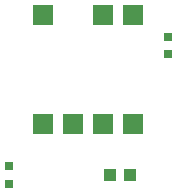
<source format=gbr>
G04 EAGLE Gerber RS-274X export*
G75*
%MOMM*%
%FSLAX34Y34*%
%LPD*%
%INSolderpaste Top*%
%IPPOS*%
%AMOC8*
5,1,8,0,0,1.08239X$1,22.5*%
G01*
%ADD10R,1.671800X1.811800*%
%ADD11R,0.800000X0.800000*%
%ADD12R,1.100000X1.000000*%


D10*
X-38100Y103025D03*
X-12700Y103025D03*
X12700Y103025D03*
X38100Y103025D03*
X38100Y195425D03*
X12700Y195425D03*
X-38100Y195425D03*
D11*
X68263Y162363D03*
X68263Y177363D03*
X-66675Y52825D03*
X-66675Y67825D03*
D12*
X35488Y60325D03*
X18488Y60325D03*
M02*

</source>
